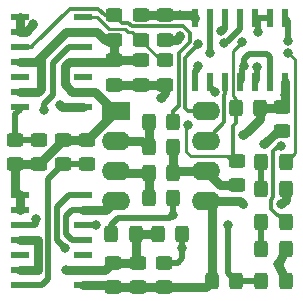
<source format=gbr>
G04 #@! TF.GenerationSoftware,KiCad,Pcbnew,7.0.10*
G04 #@! TF.CreationDate,2024-04-16T19:30:50+12:00*
G04 #@! TF.ProjectId,KiwiEFIvr1815_0.1,4b697769-4546-4497-9672-313831355f30,rev?*
G04 #@! TF.SameCoordinates,Original*
G04 #@! TF.FileFunction,Copper,L1,Top*
G04 #@! TF.FilePolarity,Positive*
%FSLAX46Y46*%
G04 Gerber Fmt 4.6, Leading zero omitted, Abs format (unit mm)*
G04 Created by KiCad (PCBNEW 7.0.10) date 2024-04-16 19:30:50*
%MOMM*%
%LPD*%
G01*
G04 APERTURE LIST*
G04 Aperture macros list*
%AMRoundRect*
0 Rectangle with rounded corners*
0 $1 Rounding radius*
0 $2 $3 $4 $5 $6 $7 $8 $9 X,Y pos of 4 corners*
0 Add a 4 corners polygon primitive as box body*
4,1,4,$2,$3,$4,$5,$6,$7,$8,$9,$2,$3,0*
0 Add four circle primitives for the rounded corners*
1,1,$1+$1,$2,$3*
1,1,$1+$1,$4,$5*
1,1,$1+$1,$6,$7*
1,1,$1+$1,$8,$9*
0 Add four rect primitives between the rounded corners*
20,1,$1+$1,$2,$3,$4,$5,0*
20,1,$1+$1,$4,$5,$6,$7,0*
20,1,$1+$1,$6,$7,$8,$9,0*
20,1,$1+$1,$8,$9,$2,$3,0*%
G04 Aperture macros list end*
G04 #@! TA.AperFunction,ComponentPad*
%ADD10O,2.400000X1.600000*%
G04 #@! TD*
G04 #@! TA.AperFunction,ComponentPad*
%ADD11R,2.400000X1.600000*%
G04 #@! TD*
G04 #@! TA.AperFunction,SMDPad,CuDef*
%ADD12RoundRect,0.250000X-0.325000X-0.450000X0.325000X-0.450000X0.325000X0.450000X-0.325000X0.450000X0*%
G04 #@! TD*
G04 #@! TA.AperFunction,SMDPad,CuDef*
%ADD13RoundRect,0.250000X0.325000X0.450000X-0.325000X0.450000X-0.325000X-0.450000X0.325000X-0.450000X0*%
G04 #@! TD*
G04 #@! TA.AperFunction,SMDPad,CuDef*
%ADD14RoundRect,0.250000X0.450000X-0.325000X0.450000X0.325000X-0.450000X0.325000X-0.450000X-0.325000X0*%
G04 #@! TD*
G04 #@! TA.AperFunction,SMDPad,CuDef*
%ADD15R,1.500000X0.600000*%
G04 #@! TD*
G04 #@! TA.AperFunction,SMDPad,CuDef*
%ADD16R,0.600000X1.500000*%
G04 #@! TD*
G04 #@! TA.AperFunction,SMDPad,CuDef*
%ADD17RoundRect,0.250000X-0.450000X0.325000X-0.450000X-0.325000X0.450000X-0.325000X0.450000X0.325000X0*%
G04 #@! TD*
G04 #@! TA.AperFunction,ViaPad*
%ADD18C,0.800000*%
G04 #@! TD*
G04 #@! TA.AperFunction,Conductor*
%ADD19C,0.500000*%
G04 #@! TD*
G04 #@! TA.AperFunction,Conductor*
%ADD20C,0.800000*%
G04 #@! TD*
G04 #@! TA.AperFunction,Conductor*
%ADD21C,0.300000*%
G04 #@! TD*
G04 #@! TA.AperFunction,Conductor*
%ADD22C,0.250000*%
G04 #@! TD*
G04 APERTURE END LIST*
D10*
X128140000Y-84020000D03*
X120520000Y-91640000D03*
X128140000Y-86560000D03*
X120520000Y-89100000D03*
X128140000Y-89100000D03*
X120520000Y-86560000D03*
X128140000Y-91640000D03*
D11*
X120520000Y-84020000D03*
D12*
X134883000Y-93472000D03*
X132833000Y-93472000D03*
X134883000Y-88392000D03*
X132833000Y-88392000D03*
D13*
X132833000Y-95758000D03*
X134883000Y-95758000D03*
X132833000Y-90678000D03*
X134883000Y-90678000D03*
D14*
X124714000Y-75937000D03*
X124714000Y-77987000D03*
D15*
X117762000Y-91186000D03*
X117762000Y-92456000D03*
X117762000Y-93726000D03*
X117762000Y-94996000D03*
X117762000Y-96266000D03*
X117762000Y-97536000D03*
X117762000Y-98806000D03*
X112362000Y-98806000D03*
X112362000Y-97536000D03*
X112362000Y-96266000D03*
X112362000Y-94996000D03*
X112362000Y-93726000D03*
X112362000Y-92456000D03*
X112362000Y-91186000D03*
D16*
X134874000Y-81567000D03*
X133604000Y-81567000D03*
X132334000Y-81567000D03*
X131064000Y-81567000D03*
X129794000Y-81567000D03*
X128524000Y-81567000D03*
X127254000Y-81567000D03*
X127254000Y-76167000D03*
X128524000Y-76167000D03*
X129794000Y-76167000D03*
X131064000Y-76167000D03*
X132334000Y-76167000D03*
X133604000Y-76167000D03*
X134874000Y-76167000D03*
D15*
X117762000Y-76073000D03*
X117762000Y-77343000D03*
X117762000Y-78613000D03*
X117762000Y-79883000D03*
X117762000Y-81153000D03*
X117762000Y-82423000D03*
X117762000Y-83693000D03*
X112362000Y-83693000D03*
X112362000Y-82423000D03*
X112362000Y-81153000D03*
X112362000Y-79883000D03*
X112362000Y-78613000D03*
X112362000Y-77343000D03*
X112362000Y-76073000D03*
D13*
X130674000Y-83820000D03*
X132724000Y-83820000D03*
D17*
X124714000Y-81797000D03*
X124714000Y-79747000D03*
X114046000Y-88528000D03*
X114046000Y-86478000D03*
D13*
X123308000Y-84963000D03*
X125358000Y-84963000D03*
D12*
X130692000Y-98425000D03*
X128642000Y-98425000D03*
D17*
X124587000Y-98942000D03*
X124587000Y-96892000D03*
D14*
X118110000Y-86478000D03*
X118110000Y-88528000D03*
D13*
X123308000Y-91440000D03*
X125358000Y-91440000D03*
D14*
X122682000Y-79747000D03*
X122682000Y-81797000D03*
X120396000Y-79747000D03*
X120396000Y-81797000D03*
D17*
X130810000Y-90306000D03*
X130810000Y-88256000D03*
D14*
X122682000Y-75937000D03*
X122682000Y-77987000D03*
D17*
X112014000Y-88528000D03*
X112014000Y-86478000D03*
X120396000Y-77987000D03*
X120396000Y-75937000D03*
D12*
X125358000Y-87122000D03*
X123308000Y-87122000D03*
D17*
X134620000Y-85734000D03*
X134620000Y-83684000D03*
D14*
X122428000Y-96892000D03*
X122428000Y-98942000D03*
X120269000Y-96892000D03*
X120269000Y-98942000D03*
D12*
X134883000Y-98425000D03*
X132833000Y-98425000D03*
D13*
X124070000Y-94488000D03*
X126120000Y-94488000D03*
D14*
X116078000Y-86478000D03*
X116078000Y-88528000D03*
D12*
X122183000Y-94488000D03*
X120133000Y-94488000D03*
X125358000Y-89281000D03*
X123308000Y-89281000D03*
D18*
X116332000Y-97536000D03*
X113538000Y-76708000D03*
X125984000Y-75946000D03*
X133096000Y-86868000D03*
X113957990Y-97506452D03*
X134239000Y-97028000D03*
X134492997Y-91948000D03*
X125358000Y-92828000D03*
X113728500Y-93154500D03*
X116205000Y-95631000D03*
X126111000Y-95631000D03*
X130048000Y-93726000D03*
X118872000Y-93726000D03*
X128903485Y-82423272D03*
X131318000Y-91948000D03*
X124333000Y-82931000D03*
X134874000Y-82677000D03*
X125984000Y-77724000D03*
X115824000Y-83566000D03*
X131318000Y-86106000D03*
X135128000Y-78105000D03*
X131191000Y-78232000D03*
X126619000Y-85217000D03*
X114427000Y-83947000D03*
X127508000Y-78359000D03*
X129667000Y-78270990D03*
X131399000Y-80264000D03*
X127508000Y-80264000D03*
X132588000Y-77380000D03*
X129402998Y-77306456D03*
X135128000Y-79121000D03*
X128524000Y-79121000D03*
X134493000Y-86995000D03*
X132461000Y-80354000D03*
D19*
X114046000Y-88528000D02*
X114046000Y-88510000D01*
D20*
X124070000Y-94488000D02*
X122183000Y-94488000D01*
X122183000Y-96647000D02*
X122428000Y-96892000D01*
X122183000Y-94488000D02*
X122183000Y-96647000D01*
X122428000Y-96892000D02*
X120269000Y-96892000D01*
X119625000Y-97536000D02*
X117762000Y-97536000D01*
X120269000Y-96892000D02*
X119625000Y-97536000D01*
X117762000Y-97536000D02*
X116332000Y-97536000D01*
X113912000Y-97536000D02*
X112362000Y-97536000D01*
X112362000Y-92456000D02*
X112362000Y-91186000D01*
X112014000Y-90838000D02*
X112362000Y-91186000D01*
X112014000Y-88528000D02*
X112014000Y-90838000D01*
X112014000Y-88528000D02*
X114046000Y-88528000D01*
X116078000Y-86496000D02*
X114046000Y-88528000D01*
X116078000Y-86478000D02*
X116078000Y-86496000D01*
X120520000Y-84068000D02*
X118110000Y-86478000D01*
X120520000Y-84020000D02*
X120520000Y-84068000D01*
X118110000Y-86478000D02*
X116078000Y-86478000D01*
X119704000Y-92456000D02*
X120520000Y-91640000D01*
X117762000Y-92456000D02*
X119704000Y-92456000D01*
X112362000Y-76073000D02*
X112362000Y-77343000D01*
X112362000Y-77343000D02*
X112903000Y-77343000D01*
X112903000Y-77343000D02*
X113538000Y-76708000D01*
X116332000Y-77343000D02*
X114808000Y-78867000D01*
X117762000Y-77343000D02*
X116332000Y-77343000D01*
X119596000Y-77987000D02*
X120396000Y-77987000D01*
X118952000Y-77343000D02*
X119596000Y-77987000D01*
X117762000Y-77343000D02*
X118952000Y-77343000D01*
X120396000Y-77987000D02*
X120396000Y-79747000D01*
X120396000Y-79747000D02*
X122555000Y-79747000D01*
X120260000Y-79883000D02*
X120396000Y-79747000D01*
X117762000Y-79883000D02*
X120260000Y-79883000D01*
X117762000Y-82423000D02*
X118745000Y-82423000D01*
X120342000Y-84020000D02*
X120520000Y-84020000D01*
X118745000Y-82423000D02*
X120342000Y-84020000D01*
X114173000Y-79502000D02*
X114808000Y-78867000D01*
X114173000Y-82169000D02*
X114173000Y-79502000D01*
X114166000Y-82169000D02*
X114173000Y-82169000D01*
X112362000Y-82423000D02*
X113912000Y-82423000D01*
X113912000Y-82423000D02*
X114166000Y-82169000D01*
X113792000Y-79883000D02*
X112362000Y-79883000D01*
X114808000Y-78867000D02*
X113792000Y-79883000D01*
X116586000Y-79883000D02*
X117762000Y-79883000D01*
X116205000Y-80264000D02*
X116586000Y-79883000D01*
X116205000Y-81788000D02*
X116205000Y-80264000D01*
X117762000Y-82423000D02*
X116840000Y-82423000D01*
X116840000Y-82423000D02*
X116205000Y-81788000D01*
X129346000Y-90306000D02*
X128140000Y-89100000D01*
X130810000Y-90306000D02*
X129346000Y-90306000D01*
X122555000Y-75937000D02*
X124714000Y-75937000D01*
X124714000Y-75937000D02*
X125975000Y-75937000D01*
X125975000Y-75937000D02*
X125984000Y-75946000D01*
X127033000Y-75946000D02*
X127254000Y-76167000D01*
X125984000Y-75946000D02*
X127033000Y-75946000D01*
X134620000Y-85734000D02*
X134230000Y-85734000D01*
X134230000Y-85734000D02*
X133096000Y-86868000D01*
X113957989Y-97490011D02*
X113912000Y-97536000D01*
X112362000Y-94996000D02*
X113912000Y-94996000D01*
X113957989Y-95041989D02*
X113957989Y-97490011D01*
X113912000Y-94996000D02*
X113957989Y-95041989D01*
X113912000Y-97536000D02*
X113928442Y-97536000D01*
X113928442Y-97536000D02*
X113957990Y-97506452D01*
D19*
X116840000Y-92456000D02*
X117762000Y-92456000D01*
X116332000Y-92964000D02*
X116840000Y-92456000D01*
X116332000Y-94488000D02*
X116332000Y-92964000D01*
X117762000Y-94996000D02*
X116840000Y-94996000D01*
X116840000Y-94996000D02*
X116332000Y-94488000D01*
D20*
X125539000Y-89100000D02*
X125358000Y-89281000D01*
X128140000Y-89100000D02*
X125539000Y-89100000D01*
X125358000Y-89281000D02*
X125358000Y-87122000D01*
X134883000Y-95758000D02*
X134239000Y-97028000D01*
X134883000Y-98425000D02*
X134239000Y-97028000D01*
X134883000Y-90678000D02*
X134883000Y-91557997D01*
X134883000Y-91557997D02*
X134492997Y-91948000D01*
X123308000Y-91440000D02*
X123308000Y-89281000D01*
X120701000Y-89281000D02*
X120520000Y-89100000D01*
X123308000Y-89281000D02*
X120701000Y-89281000D01*
D19*
X125095000Y-93091000D02*
X125358000Y-92828000D01*
X120730000Y-93091000D02*
X125095000Y-93091000D01*
X120133000Y-94488000D02*
X120133000Y-93688000D01*
X120133000Y-93688000D02*
X120730000Y-93091000D01*
X113612000Y-93726000D02*
X113728500Y-93609500D01*
X112362000Y-93726000D02*
X113612000Y-93726000D01*
X113728500Y-93609500D02*
X113728500Y-93154500D01*
X125358000Y-92828000D02*
X125358000Y-91440000D01*
X118110000Y-88528000D02*
X116078000Y-88528000D01*
X114808000Y-89798000D02*
X116078000Y-88528000D01*
X114808000Y-98298000D02*
X114808000Y-89798000D01*
X114300000Y-98806000D02*
X114808000Y-98298000D01*
X112362000Y-98806000D02*
X114300000Y-98806000D01*
X126120000Y-95288000D02*
X126111000Y-95297000D01*
X126120000Y-94488000D02*
X126120000Y-95288000D01*
X125739000Y-96892000D02*
X124587000Y-96892000D01*
X126111000Y-96520000D02*
X125739000Y-96892000D01*
X126111000Y-95297000D02*
X126111000Y-95631000D01*
X126111000Y-95631000D02*
X126111000Y-96520000D01*
X115570000Y-94996000D02*
X116205000Y-95631000D01*
X115570000Y-92128000D02*
X115570000Y-94996000D01*
X117762000Y-91186000D02*
X116512000Y-91186000D01*
X116512000Y-91186000D02*
X115570000Y-92128000D01*
X117762000Y-93726000D02*
X118872000Y-93726000D01*
X130048000Y-97781000D02*
X130692000Y-98425000D01*
X130048000Y-93726000D02*
X130048000Y-97781000D01*
X130692000Y-98425000D02*
X132833000Y-98425000D01*
X128524000Y-82043787D02*
X128903485Y-82423272D01*
X128524000Y-81567000D02*
X128524000Y-82043787D01*
D20*
X120133000Y-98806000D02*
X120269000Y-98942000D01*
X117762000Y-98806000D02*
X120133000Y-98806000D01*
X120269000Y-98942000D02*
X122428000Y-98942000D01*
X122428000Y-98942000D02*
X124587000Y-98942000D01*
X128125000Y-98942000D02*
X128642000Y-98425000D01*
X124587000Y-98942000D02*
X128125000Y-98942000D01*
X128642000Y-92142000D02*
X128140000Y-91640000D01*
X128642000Y-98425000D02*
X128642000Y-92142000D01*
X120396000Y-81797000D02*
X122555000Y-81797000D01*
X122555000Y-81797000D02*
X124714000Y-81797000D01*
X128140000Y-91640000D02*
X131010000Y-91640000D01*
X131010000Y-91640000D02*
X131318000Y-91948000D01*
X134484000Y-83820000D02*
X134620000Y-83684000D01*
X132724000Y-83820000D02*
X134484000Y-83820000D01*
X134874000Y-83430000D02*
X134620000Y-83684000D01*
X124714000Y-81797000D02*
X124714000Y-82550000D01*
X124714000Y-82550000D02*
X124333000Y-82931000D01*
X134874000Y-81567000D02*
X134874000Y-82677000D01*
X134874000Y-82677000D02*
X134874000Y-83430000D01*
X124714000Y-77987000D02*
X125721000Y-77987000D01*
X125721000Y-77987000D02*
X125984000Y-77724000D01*
X117762000Y-83693000D02*
X115951000Y-83693000D01*
X115951000Y-83693000D02*
X115824000Y-83566000D01*
X131717999Y-85706001D02*
X131318000Y-86106000D01*
X132724000Y-84700000D02*
X131717999Y-85706001D01*
X132724000Y-83820000D02*
X132724000Y-84700000D01*
X122746000Y-86560000D02*
X123308000Y-87122000D01*
X120520000Y-86560000D02*
X122746000Y-86560000D01*
X123308000Y-87122000D02*
X123308000Y-84963000D01*
D21*
X120396000Y-75937000D02*
X119596000Y-75937000D01*
X119596000Y-75937000D02*
X119034010Y-75375010D01*
X119034010Y-75375010D02*
X116648990Y-75375010D01*
X113412000Y-78613000D02*
X112362000Y-78613000D01*
X116648990Y-75375010D02*
X113538000Y-78486000D01*
X113538000Y-78486000D02*
X113538000Y-78487000D01*
X113538000Y-78487000D02*
X113412000Y-78613000D01*
X121554826Y-76560372D02*
X121019372Y-76560372D01*
X125857000Y-83575000D02*
X125857000Y-79121000D01*
X125358000Y-84074000D02*
X125857000Y-83575000D01*
X125857000Y-79121000D02*
X126757999Y-78220001D01*
X121856464Y-76862010D02*
X121554826Y-76560372D01*
X126757999Y-78220001D02*
X126757999Y-77437325D01*
X121019372Y-76560372D02*
X120396000Y-75937000D01*
X126757999Y-77437325D02*
X126182684Y-76862010D01*
X126182684Y-76862010D02*
X121856464Y-76862010D01*
X125358000Y-84074000D02*
X125358000Y-84963000D01*
D19*
X112362000Y-83693000D02*
X112362000Y-83980000D01*
X112014000Y-84328000D02*
X112014000Y-86478000D01*
X112362000Y-83980000D02*
X112014000Y-84328000D01*
X112014000Y-86478000D02*
X114046000Y-86478000D01*
D22*
X124315000Y-79747000D02*
X124714000Y-79747000D01*
X122555000Y-77987000D02*
X124315000Y-79747000D01*
X121911000Y-77343000D02*
X122555000Y-77987000D01*
X121539000Y-77343000D02*
X121911000Y-77343000D01*
X121282990Y-77086990D02*
X121539000Y-77343000D01*
X119957800Y-77086990D02*
X121282990Y-77086990D01*
X117762000Y-76073000D02*
X118943810Y-76073000D01*
X118943810Y-76073000D02*
X119957800Y-77086990D01*
X130674000Y-88120000D02*
X130810000Y-88256000D01*
D19*
X115189000Y-82677000D02*
X114445999Y-83420001D01*
X115189000Y-80010000D02*
X115189000Y-82677000D01*
X117762000Y-78613000D02*
X116586000Y-78613000D01*
X116586000Y-78613000D02*
X115189000Y-80010000D01*
D22*
X130791001Y-78631999D02*
X131191000Y-78232000D01*
X130438999Y-78984001D02*
X130791001Y-78631999D01*
X130438999Y-82784999D02*
X130438999Y-78984001D01*
X130674000Y-83820000D02*
X130674000Y-83020000D01*
X130674000Y-83020000D02*
X130438999Y-82784999D01*
X130293000Y-88256000D02*
X130810000Y-88256000D01*
X129921000Y-87884000D02*
X130293000Y-88256000D01*
X126873000Y-87884000D02*
X129921000Y-87884000D01*
X126492000Y-87503000D02*
X126873000Y-87884000D01*
X126619000Y-85217000D02*
X126492000Y-85344000D01*
X126492000Y-85344000D02*
X126492000Y-87503000D01*
D21*
X130429000Y-87875000D02*
X130810000Y-88256000D01*
X130429000Y-85344000D02*
X130429000Y-87875000D01*
X130683000Y-85090000D02*
X130429000Y-85344000D01*
X130683000Y-84629000D02*
X130683000Y-85090000D01*
X130674000Y-83820000D02*
X130674000Y-84620000D01*
X130674000Y-84620000D02*
X130683000Y-84629000D01*
D19*
X135128000Y-76421000D02*
X134874000Y-76167000D01*
X135128000Y-78105000D02*
X135128000Y-76421000D01*
X114445999Y-83928001D02*
X114427000Y-83947000D01*
X114445999Y-83420001D02*
X114445999Y-83928001D01*
D21*
X126640000Y-84020000D02*
X128140000Y-84020000D01*
X126365000Y-83745000D02*
X126640000Y-84020000D01*
X126365000Y-82645000D02*
X126365000Y-83745000D01*
X126357010Y-82637010D02*
X126365000Y-82645000D01*
X126357010Y-79509990D02*
X126357010Y-82637010D01*
X127508000Y-78359000D02*
X126357010Y-79509990D01*
D22*
X129960010Y-78270990D02*
X129667000Y-78270990D01*
D19*
X131064000Y-77089000D02*
X131064000Y-76167000D01*
X129921000Y-78232000D02*
X131064000Y-77089000D01*
X129735456Y-78232000D02*
X129921000Y-78232000D01*
X129667000Y-78270990D02*
X129696466Y-78270990D01*
X129696466Y-78270990D02*
X129735456Y-78232000D01*
D21*
X128721000Y-85979000D02*
X128140000Y-86560000D01*
X129690010Y-85009990D02*
X128721000Y-85979000D01*
X129690010Y-82720990D02*
X129690010Y-85009990D01*
X129794000Y-81567000D02*
X129794000Y-82617000D01*
X129794000Y-82617000D02*
X129690010Y-82720990D01*
D22*
X131399000Y-80264000D02*
X131399000Y-80437000D01*
X131399000Y-80437000D02*
X131194000Y-80437000D01*
X127508000Y-80264000D02*
X127508000Y-80391000D01*
X127508000Y-80391000D02*
X127430000Y-80391000D01*
D21*
X127254000Y-80899000D02*
X127254000Y-81567000D01*
X127508000Y-80264000D02*
X127508000Y-80645000D01*
X127508000Y-80645000D02*
X127254000Y-80899000D01*
D19*
X131399000Y-79675000D02*
X131399000Y-80264000D01*
X131826000Y-79248000D02*
X131399000Y-79675000D01*
X133350000Y-79248000D02*
X131826000Y-79248000D01*
X133604000Y-81567000D02*
X133604000Y-79502000D01*
X133604000Y-79502000D02*
X133350000Y-79248000D01*
X131191000Y-81440000D02*
X131064000Y-81567000D01*
X131399000Y-80264000D02*
X131191000Y-80472000D01*
X131191000Y-80472000D02*
X131191000Y-81440000D01*
X127254000Y-80645000D02*
X127254000Y-81567000D01*
X127508000Y-80391000D02*
X127254000Y-80645000D01*
D22*
X129654544Y-77306456D02*
X129402998Y-77306456D01*
D19*
X129402998Y-77306456D02*
X129576544Y-77306456D01*
X129794000Y-77089000D02*
X129794000Y-76167000D01*
X129576544Y-77306456D02*
X129794000Y-77089000D01*
X132588000Y-76421000D02*
X132334000Y-76167000D01*
X132588000Y-77380000D02*
X132588000Y-76421000D01*
X132334000Y-76167000D02*
X133604000Y-76167000D01*
X132833000Y-90678000D02*
X132833000Y-88392000D01*
X132833000Y-95758000D02*
X132833000Y-93472000D01*
D22*
X134883000Y-88392000D02*
X135649990Y-87625010D01*
X135649990Y-87625010D02*
X135649990Y-87630000D01*
X135649990Y-87630000D02*
X135649990Y-84087990D01*
X135649990Y-84087990D02*
X135649990Y-82804000D01*
X135649990Y-82804000D02*
X135649990Y-79642990D01*
X135649990Y-79642990D02*
X135128000Y-79121000D01*
D19*
X128524000Y-79121000D02*
X128524000Y-76167000D01*
X132461000Y-81440000D02*
X132334000Y-81567000D01*
X132461000Y-80354000D02*
X132461000Y-81440000D01*
D22*
X134308316Y-86995000D02*
X134019658Y-87283658D01*
X134493000Y-86995000D02*
X134308316Y-86995000D01*
D21*
X134019658Y-87283658D02*
X134308315Y-86995000D01*
X133615998Y-92308002D02*
X133615998Y-91587998D01*
X133858000Y-91345996D02*
X133858000Y-87445315D01*
X134156624Y-92848628D02*
X133615998Y-92308002D01*
X133615998Y-91587998D02*
X133858000Y-91345996D01*
X134259628Y-92848628D02*
X134156624Y-92848628D01*
X134883000Y-93472000D02*
X134259628Y-92848628D01*
X133858000Y-87445315D02*
X134019658Y-87283658D01*
M02*

</source>
